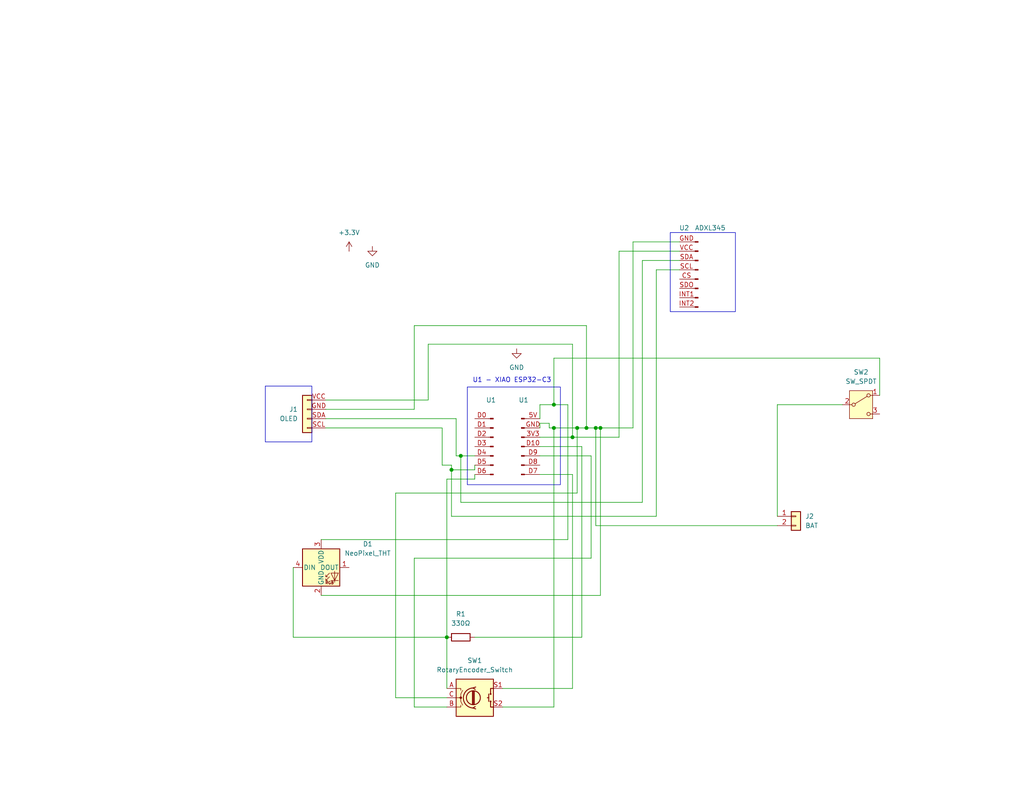
<source format=kicad_sch>
(kicad_sch (version 20250114) (generator "eeschema") (generator_version "9.0")
  (paper "USLetter")
  (lib_symbols
    (symbol "Conn_01x07_Pin_1" (pin_names (offset 1.016) (hide yes))
      (property "Reference" "U1B" (at 0.635 12.7 0))
      (property "Value" "Conn_01x07_Pin" (at 0.635 10.16 0))
      (symbol "Conn_01x07_Pin_1_1_1"
        (rectangle (start 0.8636 7.747) (end 0 7.493) (stroke (width 0.1524)) (fill (type outline)))
        (rectangle (start 0.8636 5.207) (end 0 4.953) (stroke (width 0.1524)) (fill (type outline)))
        (rectangle (start 0.8636 2.667) (end 0 2.413) (stroke (width 0.1524)) (fill (type outline)))
        (rectangle (start 0.8636 0.127) (end 0 -0.127) (stroke (width 0.1524)) (fill (type outline)))
        (rectangle (start 0.8636 -2.413) (end 0 -2.667) (stroke (width 0.1524)) (fill (type outline)))
        (rectangle (start 0.8636 -4.953) (end 0 -5.207) (stroke (width 0.1524)) (fill (type outline)))
        (rectangle (start 0.8636 -7.493) (end 0 -7.747) (stroke (width 0.1524)) (fill (type outline)))
        (polyline (pts (xy 1.27 7.62) (xy 0.8636 7.62)) (stroke (width 0.1524)))
        (polyline (pts (xy 1.27 5.08) (xy 0.8636 5.08)) (stroke (width 0.1524)))
        (polyline (pts (xy 1.27 2.54) (xy 0.8636 2.54)) (stroke (width 0.1524)))
        (polyline (pts (xy 1.27 0) (xy 0.8636 0)) (stroke (width 0.1524)))
        (polyline (pts (xy 1.27 -2.54) (xy 0.8636 -2.54)) (stroke (width 0.1524)))
        (polyline (pts (xy 1.27 -5.08) (xy 0.8636 -5.08)) (stroke (width 0.1524)))
        (polyline (pts (xy 1.27 -7.62) (xy 0.8636 -7.62)) (stroke (width 0.1524)))
        (pin passive line (at 5.08 7.62 180) (length 3.81) (name "D0_/_GPIO0") (number "5V"))
        (pin passive line (at 5.08 5.08 180) (length 3.81) (name "Pin_2") (number "GND"))
        (pin passive line (at 5.08 2.54 180) (length 3.81) (name "Pin_3") (number "3V3"))
        (pin passive line (at 5.08 0 180) (length 3.81) (name "Pin_4") (number "D10"))
        (pin passive line (at 5.08 -2.54 180) (length 3.81) (name "Pin_5") (number "D9"))
        (pin passive line (at 5.08 -5.08 180) (length 3.81) (name "Pin_6") (number "D8"))
        (pin passive line (at 5.08 -7.62 180) (length 3.81) (name "Pin_7") (number "D7"))
      )
    )
    (symbol "Connector:Conn_01x07_Pin" (pin_names (offset 1.016) (hide yes))
      (property "Reference" "U1" (at 0.635 12.7 0))
      (property "Value" "Conn_01x07_Pin" (at 0.635 10.16 0))
      (symbol "Conn_01x07_Pin_1_1"
        (rectangle (start 0.8636 7.747) (end 0 7.493) (stroke (width 0.1524)) (fill (type outline)))
        (rectangle (start 0.8636 5.207) (end 0 4.953) (stroke (width 0.1524)) (fill (type outline)))
        (rectangle (start 0.8636 2.667) (end 0 2.413) (stroke (width 0.1524)) (fill (type outline)))
        (rectangle (start 0.8636 0.127) (end 0 -0.127) (stroke (width 0.1524)) (fill (type outline)))
        (rectangle (start 0.8636 -2.413) (end 0 -2.667) (stroke (width 0.1524)) (fill (type outline)))
        (rectangle (start 0.8636 -4.953) (end 0 -5.207) (stroke (width 0.1524)) (fill (type outline)))
        (rectangle (start 0.8636 -7.493) (end 0 -7.747) (stroke (width 0.1524)) (fill (type outline)))
        (polyline (pts (xy 1.27 7.62) (xy 0.8636 7.62)) (stroke (width 0.1524)))
        (polyline (pts (xy 1.27 5.08) (xy 0.8636 5.08)) (stroke (width 0.1524)))
        (polyline (pts (xy 1.27 2.54) (xy 0.8636 2.54)) (stroke (width 0.1524)))
        (polyline (pts (xy 1.27 0) (xy 0.8636 0)) (stroke (width 0.1524)))
        (polyline (pts (xy 1.27 -2.54) (xy 0.8636 -2.54)) (stroke (width 0.1524)))
        (polyline (pts (xy 1.27 -5.08) (xy 0.8636 -5.08)) (stroke (width 0.1524)))
        (polyline (pts (xy 1.27 -7.62) (xy 0.8636 -7.62)) (stroke (width 0.1524)))
        (pin passive line (at 5.08 7.62 180) (length 3.81) (name "D0_/_GPIO0") (number "D0"))
        (pin passive line (at 5.08 5.08 180) (length 3.81) (name "Pin_2") (number "D1"))
        (pin passive line (at 5.08 2.54 180) (length 3.81) (name "Pin_3") (number "D2"))
        (pin passive line (at 5.08 0 180) (length 3.81) (name "Pin_4") (number "D3"))
        (pin passive line (at 5.08 -2.54 180) (length 3.81) (name "Pin_5") (number "D4"))
        (pin passive line (at 5.08 -5.08 180) (length 3.81) (name "Pin_6") (number "D5"))
        (pin passive line (at 5.08 -7.62 180) (length 3.81) (name "Pin_7") (number "D6"))
      )
    )
    (symbol "Connector:Conn_01x08_Pin" (pin_names (offset 1.016) (hide yes))
      (property "Reference" "ADXL345" (at 0.635 12.7 0))
      (property "Value" "U2" (at 0.635 10.16 0))
      (symbol "Conn_01x08_Pin_1_1"
        (rectangle (start 0.8636 7.747) (end 0 7.493) (stroke (width 0.1524)) (fill (type outline)))
        (rectangle (start 0.8636 5.207) (end 0 4.953) (stroke (width 0.1524)) (fill (type outline)))
        (rectangle (start 0.8636 2.667) (end 0 2.413) (stroke (width 0.1524)) (fill (type outline)))
        (rectangle (start 0.8636 0.127) (end 0 -0.127) (stroke (width 0.1524)) (fill (type outline)))
        (rectangle (start 0.8636 -2.413) (end 0 -2.667) (stroke (width 0.1524)) (fill (type outline)))
        (rectangle (start 0.8636 -4.953) (end 0 -5.207) (stroke (width 0.1524)) (fill (type outline)))
        (rectangle (start 0.8636 -7.493) (end 0 -7.747) (stroke (width 0.1524)) (fill (type outline)))
        (rectangle (start 0.8636 -10.033) (end 0 -10.287) (stroke (width 0.1524)) (fill (type outline)))
        (polyline (pts (xy 1.27 7.62) (xy 0.8636 7.62)) (stroke (width 0.1524)))
        (polyline (pts (xy 1.27 5.08) (xy 0.8636 5.08)) (stroke (width 0.1524)))
        (polyline (pts (xy 1.27 2.54) (xy 0.8636 2.54)) (stroke (width 0.1524)))
        (polyline (pts (xy 1.27 0) (xy 0.8636 0)) (stroke (width 0.1524)))
        (polyline (pts (xy 1.27 -2.54) (xy 0.8636 -2.54)) (stroke (width 0.1524)))
        (polyline (pts (xy 1.27 -5.08) (xy 0.8636 -5.08)) (stroke (width 0.1524)))
        (polyline (pts (xy 1.27 -7.62) (xy 0.8636 -7.62)) (stroke (width 0.1524)))
        (polyline (pts (xy 1.27 -10.16) (xy 0.8636 -10.16)) (stroke (width 0.1524)))
        (pin passive line (at 5.08 7.62 180) (length 3.81) (name "Pin_1") (number "GND"))
        (pin passive line (at 5.08 5.08 180) (length 3.81) (name "Pin_2") (number "VCC"))
        (pin passive line (at 5.08 2.54 180) (length 3.81) (name "Pin_3") (number "SDA"))
        (pin passive line (at 5.08 0 180) (length 3.81) (name "Pin_4") (number "SCL"))
        (pin passive line (at 5.08 -2.54 180) (length 3.81) (name "Pin_5") (number "CS"))
        (pin passive line (at 5.08 -5.08 180) (length 3.81) (name "Pin_6") (number "SDO"))
        (pin passive line (at 5.08 -7.62 180) (length 3.81) (name "Pin_7") (number "INT1"))
        (pin passive line (at 5.08 -10.16 180) (length 3.81) (name "Pin_8") (number "INT2"))
      )
    )
    (symbol "Connector_Generic:Conn_01x02" (pin_names (offset 1.016) (hide yes))
      (property "Reference" "J" (at 0 2.54 0))
      (property "Value" "Conn_01x02" (at 0 -5.08 0))
      (symbol "Conn_01x02_1_1"
        (rectangle (start -1.27 1.27) (end 1.27 -3.81) (stroke (width 0.254)) (fill (type background)))
        (rectangle (start -1.27 0.127) (end 0 -0.127) (stroke (width 0.1524)))
        (rectangle (start -1.27 -2.413) (end 0 -2.667) (stroke (width 0.1524)))
        (pin passive line (at -5.08 0 0) (length 3.81) (name "Pin_1") (number "1"))
        (pin passive line (at -5.08 -2.54 0) (length 3.81) (name "Pin_2") (number "2"))
      )
    )
    (symbol "Connector_Generic:Conn_01x04" (pin_names (offset 1.016) (hide yes))
      (property "Reference" "J1" (at 2.54 0.0001 0))
      (property "Value" "OLED" (at 2.54 -2.5399 0))
      (symbol "Conn_01x04_1_1"
        (rectangle (start -1.27 3.81) (end 1.27 -6.35) (stroke (width 0.254)) (fill (type background)))
        (rectangle (start -1.27 2.667) (end 0 2.413) (stroke (width 0.1524)))
        (rectangle (start -1.27 0.127) (end 0 -0.127) (stroke (width 0.1524)))
        (rectangle (start -1.27 -2.413) (end 0 -2.667) (stroke (width 0.1524)))
        (rectangle (start -1.27 -4.953) (end 0 -5.207) (stroke (width 0.1524)))
        (pin passive line (at -5.08 2.54 0) (length 3.81) (name "Pin_1") (number "VCC"))
        (pin passive line (at -5.08 0 0) (length 3.81) (name "Pin_2") (number "GND"))
        (pin passive line (at -5.08 -2.54 0) (length 3.81) (name "Pin_3") (number "SDA"))
        (pin passive line (at -5.08 -5.08 0) (length 3.81) (name "Pin_4") (number "SCL"))
      )
    )
    (symbol "Device:R" (pin_numbers (hide yes)) (pin_names (offset 0))
      (property "Reference" "R" (at 2.032 0 90))
      (property "Value" "R" (at 0 0 90))
      (symbol "R_0_1"
        (rectangle (start -1.016 -2.54) (end 1.016 2.54) (stroke (width 0.254)))
      )
      (symbol "R_1_1"
        (pin passive line (at 0 3.81 270) (length 1.27) (name "~") (number "1"))
        (pin passive line (at 0 -3.81 90) (length 1.27) (name "~") (number "2"))
      )
    )
    (symbol "Device:RotaryEncoder_Switch" (pin_names (offset 0.254) (hide yes))
      (property "Reference" "SW" (at 0 6.604 0))
      (property "Value" "RotaryEncoder_Switch" (at 0 -6.604 0))
      (symbol "RotaryEncoder_Switch_0_1"
        (rectangle (start -5.08 5.08) (end 5.08 -5.08) (stroke (width 0.254)) (fill (type background)))
        (polyline (pts (xy -5.08 2.54) (xy -3.81 2.54) (xy -3.81 2.032)))
        (polyline (pts (xy -5.08 0) (xy -3.81 0) (xy -3.81 -1.016) (xy -3.302 -2.032)))
        (polyline (pts (xy -5.08 -2.54) (xy -3.81 -2.54) (xy -3.81 -2.032)))
        (polyline (pts (xy -4.318 0) (xy -3.81 0) (xy -3.81 1.016) (xy -3.302 2.032)))
        (circle (center -3.81 0) (radius 0.254) (fill (type outline)))
        (polyline (pts (xy -0.635 -1.778) (xy -0.635 1.778)) (stroke (width 0.254)))
        (circle (center -0.381 0) (radius 1.905) (stroke (width 0.254)))
        (polyline (pts (xy -0.381 -1.778) (xy -0.381 1.778)) (stroke (width 0.254)))
        (arc (start -0.381 -2.794) (mid -3.0988 -0.0635) (end -0.381 2.667) (stroke (width 0.254)))
        (polyline (pts (xy -0.127 1.778) (xy -0.127 -1.778)) (stroke (width 0.254)))
        (polyline (pts (xy 0.254 2.921) (xy -0.508 2.667) (xy 0.127 2.286)) (stroke (width 0.254)))
        (polyline (pts (xy 0.254 -3.048) (xy -0.508 -2.794) (xy 0.127 -2.413)) (stroke (width 0.254)))
        (polyline (pts (xy 3.81 1.016) (xy 3.81 -1.016)) (stroke (width 0.254)))
        (polyline (pts (xy 3.81 0) (xy 3.429 0)) (stroke (width 0.254)))
        (circle (center 4.318 1.016) (radius 0.127) (stroke (width 0.254)))
        (circle (center 4.318 -1.016) (radius 0.127) (stroke (width 0.254)))
        (polyline (pts (xy 5.08 2.54) (xy 4.318 2.54) (xy 4.318 1.016)) (stroke (width 0.254)))
        (polyline (pts (xy 5.08 -2.54) (xy 4.318 -2.54) (xy 4.318 -1.016)) (stroke (width 0.254)))
      )
      (symbol "RotaryEncoder_Switch_1_1"
        (pin passive line (at -7.62 2.54 0) (length 2.54) (name "A") (number "A"))
        (pin passive line (at -7.62 0 0) (length 2.54) (name "C") (number "C"))
        (pin passive line (at -7.62 -2.54 0) (length 2.54) (name "B") (number "B"))
        (pin passive line (at 7.62 2.54 180) (length 2.54) (name "S1") (number "S1"))
        (pin passive line (at 7.62 -2.54 180) (length 2.54) (name "S2") (number "S2"))
      )
    )
    (symbol "LED:NeoPixel_THT" (pin_names (offset 0.254))
      (property "Reference" "D" (at 5.08 5.715 0))
      (property "Value" "NeoPixel_THT" (at 1.27 -5.715 0))
      (symbol "NeoPixel_THT_0_0"
        (text "RGB" (at 2.286 -4.191 0) (effects (font (size 0.762 0.762))))
      )
      (symbol "NeoPixel_THT_0_1"
        (polyline (pts (xy 1.27 -2.54) (xy 1.778 -2.54)))
        (polyline (pts (xy 1.27 -3.556) (xy 1.778 -3.556)))
        (polyline (pts (xy 2.286 -1.524) (xy 1.27 -2.54) (xy 1.27 -2.032)))
        (polyline (pts (xy 2.286 -2.54) (xy 1.27 -3.556) (xy 1.27 -3.048)))
        (polyline (pts (xy 3.683 -1.016) (xy 3.683 -3.556) (xy 3.683 -4.064)))
        (polyline (pts (xy 4.699 -1.524) (xy 2.667 -1.524) (xy 3.683 -3.556) (xy 4.699 -1.524)))
        (polyline (pts (xy 4.699 -3.556) (xy 2.667 -3.556)))
        (rectangle (start 5.08 5.08) (end -5.08 -5.08) (stroke (width 0.254)) (fill (type background)))
      )
      (symbol "NeoPixel_THT_1_1"
        (pin input line (at -7.62 0 0) (length 2.54) (name "DIN") (number "4"))
        (pin power_in line (at 0 7.62 270) (length 2.54) (name "VDD") (number "3"))
        (pin power_in line (at 0 -7.62 90) (length 2.54) (name "GND") (number "2"))
        (pin output line (at 7.62 0 180) (length 2.54) (name "DOUT") (number "1"))
      )
    )
    (symbol "Switch:SW_SPDT" (pin_names (offset 0) (hide yes))
      (property "Reference" "SW" (at 0 5.08 0))
      (property "Value" "SW_SPDT" (at 0 -5.08 0))
      (symbol "SW_SPDT_0_1"
        (circle (center -2.032 0) (radius 0.4572))
        (polyline (pts (xy -1.651 0.254) (xy 1.651 2.286)))
        (circle (center 2.032 2.54) (radius 0.4572))
        (circle (center 2.032 -2.54) (radius 0.4572))
      )
      (symbol "SW_SPDT_1_1"
        (rectangle (start -3.175 3.81) (end 3.175 -3.81) (fill (type background)))
        (pin passive line (at -5.08 0 0) (length 2.54) (name "B") (number "2"))
        (pin passive line (at 5.08 2.54 180) (length 2.54) (name "A") (number "1"))
        (pin passive line (at 5.08 -2.54 180) (length 2.54) (name "C") (number "3"))
      )
    )
    (symbol "power:+3.3V" (power) (pin_numbers (hide yes)) (pin_names (offset 0) (hide yes))
      (property "Value" "+3.3V" (at 0 3.556 0))
      (symbol "+3.3V_0_1"
        (polyline (pts (xy -0.762 1.27) (xy 0 2.54)))
        (polyline (pts (xy 0 2.54) (xy 0.762 1.27)))
        (polyline (pts (xy 0 0) (xy 0 2.54)))
      )
      (symbol "+3.3V_1_1"
        (pin power_in line (at 0 0 90) (length 0) (name "~") (number "1"))
      )
    )
    (symbol "power:GND" (power) (pin_numbers (hide yes)) (pin_names (offset 0) (hide yes))
      (property "Value" "GND" (at 0 -3.81 0))
      (symbol "GND_0_1"
        (polyline (pts (xy 0 0) (xy 0 -1.27) (xy 1.27 -1.27) (xy 0 -2.54) (xy -1.27 -1.27) (xy 0 -1.27)))
      )
      (symbol "GND_1_1"
        (pin power_in line (at 0 0 270) (length 0) (name "~") (number "1"))
      )
    )
  )
  (rectangle (start 85.09 105.41) (end 72.39 120.65))
  (rectangle (start 182.88 63.5) (end 200.66 85.09))
  (rectangle (start 127.508 105.664) (end 152.908 132.334))
  (text "U1 - XIAO ESP32-C3\n" (at 139.7 103.886 0) (effects (font (size 1.27 1.27))))
  (junction (at 151.13 116.84))
  (junction (at 160.02 116.84))
  (junction (at 151.13 110.49))
  (junction (at 121.92 173.99))
  (junction (at 162.56 116.84))
  (junction (at 163.83 116.84))
  (junction (at 157.48 116.84))
  (junction (at 125.73 124.46))
  (junction (at 123.19 128.27))
  (junction (at 156.21 119.38))
  (wire (pts (xy 212.09 143.51) (xy 162.56 143.51)))
  (wire (pts (xy 151.13 97.79) (xy 151.13 110.49)))
  (wire (pts (xy 168.91 68.58) (xy 168.91 119.38)))
  (wire (pts (xy 121.92 193.04) (xy 113.03 193.04)))
  (wire (pts (xy 129.54 127) (xy 129.54 128.27)))
  (wire (pts (xy 157.48 134.62) (xy 157.48 116.84)))
  (wire (pts (xy 156.21 129.54) (xy 147.32 129.54)))
  (wire (pts (xy 175.26 71.12) (xy 175.26 137.16)))
  (wire (pts (xy 185.42 73.66) (xy 179.07 73.66)))
  (wire (pts (xy 116.84 93.98) (xy 156.21 93.98)))
  (wire (pts (xy 185.42 68.58) (xy 168.91 68.58)))
  (wire (pts (xy 185.42 66.04) (xy 172.72 66.04)))
  (wire (pts (xy 120.65 127) (xy 123.19 127)))
  (wire (pts (xy 129.54 129.54) (xy 129.54 130.81)))
  (wire (pts (xy 179.07 140.97) (xy 123.19 140.97)))
  (wire (pts (xy 129.54 173.99) (xy 158.75 173.99)))
  (wire (pts (xy 125.73 137.16) (xy 125.73 124.46)))
  (wire (pts (xy 147.32 124.46) (xy 161.29 124.46)))
  (wire (pts (xy 240.03 107.95) (xy 240.03 97.79)))
  (wire (pts (xy 125.73 124.46) (xy 129.54 124.46)))
  (wire (pts (xy 123.19 128.27) (xy 123.19 140.97)))
  (wire (pts (xy 88.9 109.22) (xy 116.84 109.22)))
  (wire (pts (xy 151.13 193.04) (xy 151.13 116.84)))
  (wire (pts (xy 88.9 114.3) (xy 124.46 114.3)))
  (wire (pts (xy 121.92 187.96) (xy 121.92 173.99)))
  (wire (pts (xy 175.26 137.16) (xy 125.73 137.16)))
  (wire (pts (xy 121.92 173.99) (xy 121.92 130.81)))
  (wire (pts (xy 147.32 110.49) (xy 151.13 110.49)))
  (wire (pts (xy 147.32 110.49) (xy 147.32 114.3)))
  (wire (pts (xy 240.03 97.79) (xy 151.13 97.79)))
  (wire (pts (xy 87.63 147.32) (xy 154.94 147.32)))
  (wire (pts (xy 161.29 152.4) (xy 161.29 124.46)))
  (wire (pts (xy 151.13 116.84) (xy 157.48 116.84)))
  (wire (pts (xy 151.13 116.84) (xy 149.86 116.84)))
  (wire (pts (xy 162.56 116.84) (xy 163.83 116.84)))
  (wire (pts (xy 80.01 173.99) (xy 121.92 173.99)))
  (wire (pts (xy 137.16 187.96) (xy 156.21 187.96)))
  (wire (pts (xy 123.19 128.27) (xy 129.54 128.27)))
  (wire (pts (xy 154.94 110.49) (xy 154.94 147.32)))
  (wire (pts (xy 113.03 193.04) (xy 113.03 152.4)))
  (wire (pts (xy 87.63 162.56) (xy 163.83 162.56)))
  (wire (pts (xy 172.72 66.04) (xy 172.72 116.84)))
  (wire (pts (xy 88.9 116.84) (xy 120.65 116.84)))
  (wire (pts (xy 163.83 116.84) (xy 172.72 116.84)))
  (wire (pts (xy 147.32 115.57) (xy 147.32 116.84)))
  (wire (pts (xy 121.92 190.5) (xy 107.95 190.5)))
  (wire (pts (xy 212.09 140.97) (xy 212.09 110.49)))
  (wire (pts (xy 113.03 111.76) (xy 113.03 88.9)))
  (wire (pts (xy 160.02 116.84) (xy 162.56 116.84)))
  (wire (pts (xy 137.16 193.04) (xy 151.13 193.04)))
  (wire (pts (xy 156.21 187.96) (xy 156.21 129.54)))
  (wire (pts (xy 157.48 116.84) (xy 160.02 116.84)))
  (wire (pts (xy 151.13 110.49) (xy 154.94 110.49)))
  (wire (pts (xy 120.65 116.84) (xy 120.65 127)))
  (wire (pts (xy 124.46 124.46) (xy 125.73 124.46)))
  (wire (pts (xy 124.46 114.3) (xy 124.46 124.46)))
  (wire (pts (xy 179.07 73.66) (xy 179.07 140.97)))
  (wire (pts (xy 121.92 130.81) (xy 129.54 130.81)))
  (wire (pts (xy 185.42 71.12) (xy 175.26 71.12)))
  (wire (pts (xy 113.03 88.9) (xy 160.02 88.9)))
  (wire (pts (xy 160.02 88.9) (xy 160.02 116.84)))
  (wire (pts (xy 149.86 115.57) (xy 147.32 115.57)))
  (wire (pts (xy 113.03 152.4) (xy 161.29 152.4)))
  (wire (pts (xy 147.32 119.38) (xy 156.21 119.38)))
  (wire (pts (xy 149.86 116.84) (xy 149.86 115.57)))
  (wire (pts (xy 123.19 127) (xy 123.19 128.27)))
  (wire (pts (xy 156.21 93.98) (xy 156.21 119.38)))
  (wire (pts (xy 162.56 143.51) (xy 162.56 116.84)))
  (wire (pts (xy 80.01 154.94) (xy 80.01 173.99)))
  (wire (pts (xy 156.21 119.38) (xy 168.91 119.38)))
  (wire (pts (xy 158.75 173.99) (xy 158.75 121.92)))
  (wire (pts (xy 212.09 110.49) (xy 229.87 110.49)))
  (wire (pts (xy 163.83 162.56) (xy 163.83 116.84)))
  (wire (pts (xy 116.84 109.22) (xy 116.84 93.98)))
  (wire (pts (xy 107.95 190.5) (xy 107.95 134.62)))
  (wire (pts (xy 147.32 121.92) (xy 158.75 121.92)))
  (wire (pts (xy 88.9 111.76) (xy 113.03 111.76)))
  (wire (pts (xy 107.95 134.62) (xy 157.48 134.62)))
  (symbol (lib_name "Conn_01x07_Pin_1") (lib_id "Connector:Conn_01x07_Pin") (at 142.24 121.92 0) (unit 1)
    (property "Reference" "U1" (at 142.875 109.22 0))
    (property "Value" "Conn_01x07_Pin" (effects (hide yes)))
    (property "Description" "Generic connector, single row, 01x07, script generated" (effects (hide yes)))
  )
  (symbol (lib_id "power:+3.3V") (at 95.25 68.58 0) (unit 1)
    (property "Reference" "#PWR01" (effects (hide yes)))
    (property "Value" "+3.3V" (at 95.25 63.5 0))
    (property "Description" "Power symbol creates a global label with name \"+3.3V\"" (effects (hide yes)))
  )
  (symbol (lib_id "Device:R") (at 125.73 173.99 90) (unit 1)
    (property "Reference" "R1" (at 125.73 167.64 90))
    (property "Value" "330Ω" (at 125.73 170.18 90))
    (property "Description" "Resistor" (effects (hide yes)))
  )
  (symbol (lib_id "power:GND") (at 140.97 95.25 0) (unit 1)
    (property "Reference" "#PWR04" (effects (hide yes)))
    (property "Value" "GND" (at 140.97 100.33 0))
    (property "Description" "Power symbol creates a global label with name \"GND\" , ground" (effects (hide yes)))
  )
  (symbol (lib_id "Switch:SW_SPDT") (at 234.95 110.49 0) (unit 1)
    (property "Reference" "SW2" (at 234.95 101.6 0))
    (property "Value" "SW_SPDT" (at 234.95 104.14 0))
    (property "Description" "Switch, single pole double throw" (effects (hide yes)))
  )
  (symbol (lib_id "Connector:Conn_01x08_Pin") (at 190.5 73.66 0) (mirror y) (unit 1)
    (property "Reference" "ADXL345" (at 193.802 62.23 0))
    (property "Value" "U2" (at 186.69 62.23 0))
    (property "Description" "Generic connector, single row, 01x08, script generated" (effects (hide yes)))
  )
  (symbol (lib_id "power:GND") (at 101.6 67.31 0) (unit 1)
    (property "Reference" "#PWR02" (effects (hide yes)))
    (property "Value" "GND" (at 101.6 72.39 0))
    (property "Description" "Power symbol creates a global label with name \"GND\" , ground" (effects (hide yes)))
  )
  (symbol (lib_id "Connector_Generic:Conn_01x04") (at 83.82 111.76 0) (mirror y) (unit 1)
    (property "Reference" "J1" (at 81.28 111.7599 0) (effects (justify left)))
    (property "Value" "OLED" (at 81.28 114.2999 0) (effects (justify left)))
    (property "Description" "Generic connector, single row, 01x04, script generated (kicad-library-utils/schlib/autogen/connector/)" (effects (hide yes)))
  )
  (symbol (lib_id "LED:NeoPixel_THT") (at 87.63 154.94 0) (unit 1)
    (property "Reference" "D1" (at 100.33 148.5198 0))
    (property "Value" "NeoPixel_THT" (at 100.33 151.0598 0))
    (property "Datasheet" "https://www.adafruit.com/product/1938" (effects (hide yes)))
    (property "Description" "RGB LED with integrated controller, 5mm/8mm LED package" (effects (hide yes)))
  )
  (symbol (lib_id "Connector:Conn_01x07_Pin") (at 134.62 121.92 0) (mirror y) (unit 1)
    (property "Reference" "U1" (at 133.985 109.22 0))
    (property "Value" "Conn_01x07_Pin" (effects (hide yes)))
    (property "Description" "Generic connector, single row, 01x07, script generated" (effects (hide yes)))
  )
  (symbol (lib_id "Device:RotaryEncoder_Switch") (at 129.54 190.5 0) (unit 1)
    (property "Reference" "SW1" (at 129.54 180.34 0))
    (property "Value" "RotaryEncoder_Switch" (at 129.54 182.88 0))
    (property "Description" "Rotary encoder, dual channel, incremental quadrate outputs, with switch" (effects (hide yes)))
  )
  (symbol (lib_id "Connector_Generic:Conn_01x02") (at 217.17 140.97 0) (unit 1)
    (property "Reference" "J2" (at 219.71 140.9699 0) (effects (justify left)))
    (property "Value" "BAT" (at 219.71 143.5099 0) (effects (justify left)))
    (property "Description" "Generic connector, single row, 01x02, script generated (kicad-library-utils/schlib/autogen/connector/)" (effects (hide yes)))
  )
)
</source>
